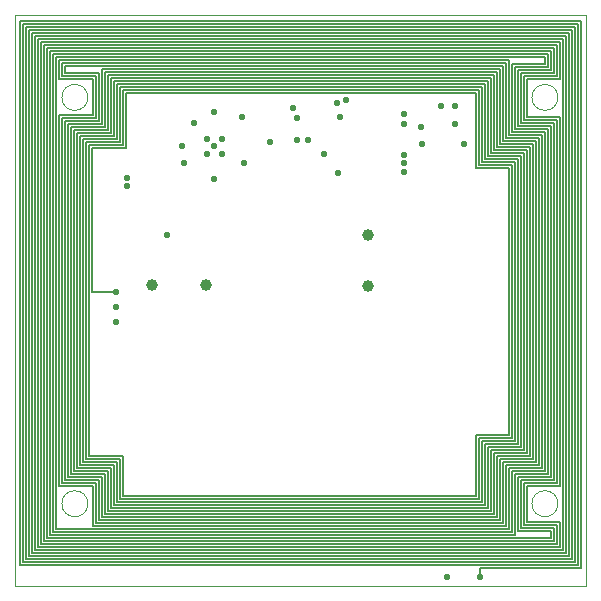
<source format=gbr>
%TF.GenerationSoftware,KiCad,Pcbnew,(5.1.4)-1*%
%TF.CreationDate,2019-12-19T17:33:09-07:00*%
%TF.ProjectId,SolarCellX_v3,536f6c61-7243-4656-9c6c-585f76332e6b,rev?*%
%TF.SameCoordinates,Original*%
%TF.FileFunction,Copper,L2,Inr*%
%TF.FilePolarity,Positive*%
%FSLAX46Y46*%
G04 Gerber Fmt 4.6, Leading zero omitted, Abs format (unit mm)*
G04 Created by KiCad (PCBNEW (5.1.4)-1) date 2019-12-19 17:33:09*
%MOMM*%
%LPD*%
G04 APERTURE LIST*
%ADD10C,0.050000*%
%ADD11C,1.000000*%
%ADD12C,0.584200*%
%ADD13C,0.127000*%
G04 APERTURE END LIST*
D10*
X96200000Y-47000000D02*
G75*
G03X96200000Y-47000000I-1100000J0D01*
G01*
X96200000Y-81400000D02*
G75*
G03X96200000Y-81400000I-1100000J0D01*
G01*
X136000000Y-81400000D02*
G75*
G03X136000000Y-81400000I-1100000J0D01*
G01*
X136000000Y-47000000D02*
G75*
G03X136000000Y-47000000I-1100000J0D01*
G01*
X90000000Y-88400000D02*
X138400000Y-88400000D01*
X90000000Y-88400000D02*
X90000000Y-40000000D01*
X138400000Y-40000000D02*
X138400000Y-88400000D01*
X90000000Y-40000000D02*
X138400000Y-40000000D01*
D11*
X101600000Y-62865000D03*
X106172000Y-62865000D03*
X119888000Y-58674000D03*
X119888000Y-62992000D03*
D12*
X106253260Y-51754256D03*
X107523260Y-51754256D03*
X106253260Y-50509656D03*
X109410500Y-52514500D03*
X107530900Y-50485040D03*
X106923840Y-51092100D03*
X104302012Y-52519693D03*
X122999500Y-53276500D03*
X122999500Y-52578000D03*
X122999500Y-51879500D03*
X122999500Y-49276000D03*
X124523500Y-50927000D03*
X122999500Y-48387000D03*
X124396500Y-49466500D03*
X117537610Y-48650791D03*
X117348000Y-53403500D03*
X128079500Y-50927000D03*
X126111000Y-47752000D03*
X127317500Y-47752000D03*
X118047740Y-47243775D03*
X127317500Y-49276000D03*
X117284500Y-47434502D03*
X105156000Y-49149000D03*
X111633000Y-50800000D03*
X113919000Y-48768000D03*
X116205000Y-51752500D03*
X106870500Y-48260000D03*
X109232672Y-48653690D03*
X104144156Y-51144656D03*
X102933500Y-58674000D03*
X99504500Y-53848000D03*
X99504500Y-54483000D03*
X126619000Y-87630000D03*
X98552000Y-64770000D03*
X98552000Y-63500000D03*
X98552000Y-66040000D03*
X129413000Y-87630000D03*
X113919000Y-50609500D03*
X114871500Y-50609500D03*
X106913660Y-53938656D03*
X113538000Y-47879000D03*
D13*
X130048000Y-44577000D02*
X129921000Y-44577000D01*
X130048000Y-44831000D02*
X129921000Y-44831000D01*
X131064000Y-44577000D02*
X129921000Y-44577000D01*
X131064000Y-50927000D02*
X131064000Y-44577000D01*
X133858000Y-50927000D02*
X131064000Y-50927000D01*
X133858000Y-77089000D02*
X133858000Y-50927000D01*
X97663000Y-82296000D02*
X98933000Y-82296000D01*
X97663000Y-78867000D02*
X97663000Y-82296000D01*
X94742000Y-78867000D02*
X97663000Y-78867000D01*
X98933000Y-82296000D02*
X98806000Y-82296000D01*
X129921000Y-44831000D02*
X97663000Y-44831000D01*
X97663000Y-44831000D02*
X97663000Y-49530000D01*
X97663000Y-49530000D02*
X94742000Y-49530000D01*
X94742000Y-49530000D02*
X94742000Y-78867000D01*
X99441000Y-81788000D02*
X99314000Y-81788000D01*
X134874000Y-78105000D02*
X134874000Y-77978000D01*
X133858000Y-77597000D02*
X133858000Y-76962000D01*
X97155000Y-82804000D02*
X131064000Y-82804000D01*
X97155000Y-79375000D02*
X97155000Y-82804000D01*
X94234000Y-79375000D02*
X97155000Y-79375000D01*
X94234000Y-49022000D02*
X94234000Y-79375000D01*
X97155000Y-49022000D02*
X94234000Y-49022000D01*
X97155000Y-44958000D02*
X97155000Y-49022000D01*
X94234000Y-44958000D02*
X97155000Y-44958000D01*
X94234000Y-44323000D02*
X94234000Y-44958000D01*
X131318000Y-44323000D02*
X94234000Y-44323000D01*
X131318000Y-50673000D02*
X131318000Y-44323000D01*
X134112000Y-50673000D02*
X131318000Y-50673000D01*
X134112000Y-77851000D02*
X134112000Y-50673000D01*
X131318000Y-77851000D02*
X134112000Y-77851000D01*
X131318000Y-83058000D02*
X131318000Y-77851000D01*
X93726000Y-43815000D02*
X93726000Y-45466000D01*
X134620000Y-50165000D02*
X131826000Y-50165000D01*
X131826000Y-50165000D02*
X131826000Y-43815000D01*
X131826000Y-78359000D02*
X134620000Y-78359000D01*
X96901000Y-83058000D02*
X131318000Y-83058000D01*
X131826000Y-83566000D02*
X131826000Y-78359000D01*
X96647000Y-48514000D02*
X93726000Y-48514000D01*
X93472000Y-83566000D02*
X131826000Y-83566000D01*
X93726000Y-45466000D02*
X96647000Y-45466000D01*
X134874000Y-49911000D02*
X132080000Y-49911000D01*
X93980000Y-48768000D02*
X93980000Y-79629000D01*
X131064000Y-82804000D02*
X131064000Y-77597000D01*
X131826000Y-43815000D02*
X93726000Y-43815000D01*
X134874000Y-77978000D02*
X134874000Y-49911000D01*
X96901000Y-48768000D02*
X93980000Y-48768000D01*
X132080000Y-49911000D02*
X132080000Y-44196000D01*
X134620000Y-78359000D02*
X134620000Y-50165000D01*
X132080000Y-44196000D02*
X134874000Y-44196000D01*
X93472000Y-43561000D02*
X93472000Y-83566000D01*
X134874000Y-44196000D02*
X134874000Y-43561000D01*
X134874000Y-43561000D02*
X93472000Y-43561000D01*
X96647000Y-45466000D02*
X96647000Y-48514000D01*
X93726000Y-48514000D02*
X93726000Y-79883000D01*
X93726000Y-79883000D02*
X96647000Y-79883000D01*
X96647000Y-79883000D02*
X96647000Y-83312000D01*
X96901000Y-79629000D02*
X96901000Y-83058000D01*
X96647000Y-83312000D02*
X131572000Y-83312000D01*
X131064000Y-77597000D02*
X133858000Y-77597000D01*
X131572000Y-83312000D02*
X131572000Y-78105000D01*
X131572000Y-78105000D02*
X134366000Y-78105000D01*
X134366000Y-78105000D02*
X134366000Y-50419000D01*
X131572000Y-44069000D02*
X93980000Y-44069000D01*
X134366000Y-50419000D02*
X131572000Y-50419000D01*
X93980000Y-45212000D02*
X96901000Y-45212000D01*
X131572000Y-50419000D02*
X131572000Y-44069000D01*
X93980000Y-44069000D02*
X93980000Y-45212000D01*
X96901000Y-45212000D02*
X96901000Y-48768000D01*
X93980000Y-79629000D02*
X96901000Y-79629000D01*
X130810000Y-44831000D02*
X129921000Y-44831000D01*
X130810000Y-51181000D02*
X130810000Y-44831000D01*
X133604000Y-51181000D02*
X130810000Y-51181000D01*
X133604000Y-77343000D02*
X133604000Y-51181000D01*
X130810000Y-82550000D02*
X130810000Y-77343000D01*
X97409000Y-44577000D02*
X97409000Y-49276000D01*
X129921000Y-44577000D02*
X97409000Y-44577000D01*
X130810000Y-77343000D02*
X133604000Y-77343000D01*
X97409000Y-82550000D02*
X130810000Y-82550000D01*
X97409000Y-49276000D02*
X94488000Y-49276000D01*
X94488000Y-49276000D02*
X94488000Y-79121000D01*
X94488000Y-79121000D02*
X97409000Y-79121000D01*
X97409000Y-79121000D02*
X97409000Y-82550000D01*
X133350000Y-77089000D02*
X133350000Y-76708000D01*
X130556000Y-77089000D02*
X133350000Y-77089000D01*
X98933000Y-82296000D02*
X130556000Y-82296000D01*
X130556000Y-82296000D02*
X130556000Y-77089000D01*
X135636000Y-49149000D02*
X132842000Y-49149000D01*
X135636000Y-42799000D02*
X92710000Y-42799000D01*
X135636000Y-83439000D02*
X132842000Y-83439000D01*
X135890000Y-83185000D02*
X133096000Y-83185000D01*
X136144000Y-42291000D02*
X92202000Y-42291000D01*
X133096000Y-45212000D02*
X135890000Y-45212000D01*
X132588000Y-44704000D02*
X135382000Y-44704000D01*
X132588000Y-83693000D02*
X132588000Y-79121000D01*
X135636000Y-84582000D02*
X135636000Y-83439000D01*
X135890000Y-84836000D02*
X135890000Y-83185000D01*
X133096000Y-83185000D02*
X133096000Y-79629000D01*
X135636000Y-79375000D02*
X135636000Y-49149000D01*
X92202000Y-84836000D02*
X135890000Y-84836000D01*
X135382000Y-84328000D02*
X135382000Y-83693000D01*
X132842000Y-44958000D02*
X135636000Y-44958000D01*
X132842000Y-79375000D02*
X135636000Y-79375000D01*
X92202000Y-42291000D02*
X92202000Y-84836000D01*
X135382000Y-44704000D02*
X135382000Y-43053000D01*
X135382000Y-83693000D02*
X132588000Y-83693000D01*
X132842000Y-49149000D02*
X132842000Y-44958000D01*
X133096000Y-79629000D02*
X135890000Y-79629000D01*
X137160000Y-86106000D02*
X137160000Y-41275000D01*
X137922000Y-40513000D02*
X90424000Y-40513000D01*
X92710000Y-42799000D02*
X92710000Y-84328000D01*
X135890000Y-45212000D02*
X135890000Y-42545000D01*
X91948000Y-42037000D02*
X91948000Y-85090000D01*
X137922000Y-86868000D02*
X137922000Y-40513000D01*
X135382000Y-79121000D02*
X135382000Y-49403000D01*
X135636000Y-44958000D02*
X135636000Y-42799000D01*
X133350000Y-48641000D02*
X133350000Y-45466000D01*
X136144000Y-45466000D02*
X136144000Y-42291000D01*
X135890000Y-48895000D02*
X133096000Y-48895000D01*
X133350000Y-45466000D02*
X136144000Y-45466000D01*
X132588000Y-49403000D02*
X132588000Y-44704000D01*
X135890000Y-42545000D02*
X92456000Y-42545000D01*
X129413000Y-87630000D02*
X129413000Y-86868000D01*
X136144000Y-48641000D02*
X133350000Y-48641000D01*
X135382000Y-49403000D02*
X132588000Y-49403000D01*
X136144000Y-79883000D02*
X136144000Y-48641000D01*
X135382000Y-43053000D02*
X92964000Y-43053000D01*
X90678000Y-86360000D02*
X137414000Y-86360000D01*
X90424000Y-86614000D02*
X137668000Y-86614000D01*
X133350000Y-79883000D02*
X136144000Y-79883000D01*
X137414000Y-86360000D02*
X137414000Y-41021000D01*
X90424000Y-40513000D02*
X90424000Y-86614000D01*
X136652000Y-85598000D02*
X136652000Y-41783000D01*
X137668000Y-40767000D02*
X90678000Y-40767000D01*
X137160000Y-41275000D02*
X91186000Y-41275000D01*
X90932000Y-41021000D02*
X90932000Y-86106000D01*
X137414000Y-41021000D02*
X90932000Y-41021000D01*
X137668000Y-86614000D02*
X137668000Y-40767000D01*
X90678000Y-40767000D02*
X90678000Y-86360000D01*
X92456000Y-84582000D02*
X135636000Y-84582000D01*
X90932000Y-86106000D02*
X137160000Y-86106000D01*
X129413000Y-86868000D02*
X137922000Y-86868000D01*
X135890000Y-79629000D02*
X135890000Y-48895000D01*
X132080000Y-83820000D02*
X132080000Y-78613000D01*
X135128000Y-49657000D02*
X132334000Y-49657000D01*
X132080000Y-78613000D02*
X134874000Y-78613000D01*
X132334000Y-78867000D02*
X135128000Y-78867000D01*
X132334000Y-44450000D02*
X135128000Y-44450000D01*
X132334000Y-49657000D02*
X132334000Y-44450000D01*
X91440000Y-41529000D02*
X91440000Y-85598000D01*
X91440000Y-85598000D02*
X136652000Y-85598000D01*
X136398000Y-85344000D02*
X136398000Y-42037000D01*
X93218000Y-83820000D02*
X132080000Y-83820000D01*
X92964000Y-84074000D02*
X132334000Y-84074000D01*
X92710000Y-84328000D02*
X135382000Y-84328000D01*
X135128000Y-43307000D02*
X93218000Y-43307000D01*
X132334000Y-84074000D02*
X132334000Y-78867000D01*
X135128000Y-44450000D02*
X135128000Y-43307000D01*
X91186000Y-41275000D02*
X91186000Y-85852000D01*
X91186000Y-85852000D02*
X136906000Y-85852000D01*
X92456000Y-42545000D02*
X92456000Y-84582000D01*
X136906000Y-85852000D02*
X136906000Y-41529000D01*
X136398000Y-42037000D02*
X91948000Y-42037000D01*
X132842000Y-83439000D02*
X132842000Y-79375000D01*
X136906000Y-41529000D02*
X91440000Y-41529000D01*
X136144000Y-82931000D02*
X133350000Y-82931000D01*
X132588000Y-79121000D02*
X135382000Y-79121000D01*
X135128000Y-78867000D02*
X135128000Y-49657000D01*
X136652000Y-41783000D02*
X91694000Y-41783000D01*
X91694000Y-41783000D02*
X91694000Y-85344000D01*
X91694000Y-85344000D02*
X136398000Y-85344000D01*
X133096000Y-48895000D02*
X133096000Y-45212000D01*
X92964000Y-43053000D02*
X92964000Y-84074000D01*
X91948000Y-85090000D02*
X136144000Y-85090000D01*
X136144000Y-85090000D02*
X136144000Y-82931000D01*
X133350000Y-82931000D02*
X133350000Y-79883000D01*
X93218000Y-43307000D02*
X93218000Y-83820000D01*
X134874000Y-78613000D02*
X134874000Y-77978000D01*
X96520000Y-63500000D02*
X98552000Y-63500000D01*
X99441000Y-51308000D02*
X96520000Y-51308000D01*
X99441000Y-46609000D02*
X99441000Y-51308000D01*
X129032000Y-46609000D02*
X99441000Y-46609000D01*
X131826000Y-52959000D02*
X129032000Y-52959000D01*
X131826000Y-75565000D02*
X131826000Y-52959000D01*
X129032000Y-75565000D02*
X131826000Y-75565000D01*
X100457000Y-80772000D02*
X129032000Y-80772000D01*
X96520000Y-51308000D02*
X96520000Y-63500000D01*
X129032000Y-80772000D02*
X129032000Y-75565000D01*
X129032000Y-52959000D02*
X129032000Y-46609000D01*
X130302000Y-45339000D02*
X98171000Y-45339000D01*
X94996000Y-78613000D02*
X97917000Y-78613000D01*
X97917000Y-49784000D02*
X94996000Y-49784000D01*
X133350000Y-76835000D02*
X133350000Y-51435000D01*
X98933000Y-77597000D02*
X98933000Y-81026000D01*
X96012000Y-50800000D02*
X96012000Y-77597000D01*
X95250000Y-50038000D02*
X95250000Y-78359000D01*
X98933000Y-46101000D02*
X98933000Y-50800000D01*
X129540000Y-46101000D02*
X98933000Y-46101000D01*
X129540000Y-52451000D02*
X129540000Y-46101000D01*
X132334000Y-76073000D02*
X132334000Y-52451000D01*
X98171000Y-45339000D02*
X98171000Y-50038000D01*
X129540000Y-81280000D02*
X129540000Y-76073000D01*
X98679000Y-77851000D02*
X98679000Y-81280000D01*
X95758000Y-77851000D02*
X98679000Y-77851000D01*
X98679000Y-50546000D02*
X95758000Y-50546000D01*
X98679000Y-45847000D02*
X98679000Y-50546000D01*
X129794000Y-45847000D02*
X98679000Y-45847000D01*
X129794000Y-52197000D02*
X129794000Y-45847000D01*
X95758000Y-50546000D02*
X95758000Y-77851000D01*
X132588000Y-52197000D02*
X129794000Y-52197000D01*
X98425000Y-50292000D02*
X95504000Y-50292000D01*
X133096000Y-76835000D02*
X133096000Y-51689000D01*
X129540000Y-76073000D02*
X132334000Y-76073000D01*
X98425000Y-81534000D02*
X129794000Y-81534000D01*
X132842000Y-51943000D02*
X130048000Y-51943000D01*
X98679000Y-81280000D02*
X129540000Y-81280000D01*
X99441000Y-81788000D02*
X130048000Y-81788000D01*
X130048000Y-51943000D02*
X130048000Y-45593000D01*
X96012000Y-77597000D02*
X98933000Y-77597000D01*
X132842000Y-76581000D02*
X132842000Y-51943000D01*
X130048000Y-76581000D02*
X132842000Y-76581000D01*
X132588000Y-76327000D02*
X132588000Y-52197000D01*
X130048000Y-81788000D02*
X130048000Y-76581000D01*
X98425000Y-45593000D02*
X98425000Y-50292000D01*
X95504000Y-78105000D02*
X98425000Y-78105000D01*
X98425000Y-78105000D02*
X98425000Y-81534000D01*
X130048000Y-45593000D02*
X98425000Y-45593000D01*
X129794000Y-81534000D02*
X129794000Y-76327000D01*
X129794000Y-76327000D02*
X132588000Y-76327000D01*
X98933000Y-81026000D02*
X129286000Y-81026000D01*
X129286000Y-81026000D02*
X129286000Y-75819000D01*
X129286000Y-75819000D02*
X132080000Y-75819000D01*
X132080000Y-75819000D02*
X132080000Y-52705000D01*
X132080000Y-52705000D02*
X129286000Y-52705000D01*
X133096000Y-51689000D02*
X130302000Y-51689000D01*
X129286000Y-52705000D02*
X129286000Y-46355000D01*
X129286000Y-46355000D02*
X99187000Y-46355000D01*
X99187000Y-46355000D02*
X99187000Y-51054000D01*
X99187000Y-51054000D02*
X96266000Y-51054000D01*
X98933000Y-50800000D02*
X96012000Y-50800000D01*
X96266000Y-51054000D02*
X96266000Y-77343000D01*
X96266000Y-77343000D02*
X99187000Y-77343000D01*
X99187000Y-80772000D02*
X100584000Y-80772000D01*
X99187000Y-77343000D02*
X99187000Y-80772000D01*
X132334000Y-52451000D02*
X129540000Y-52451000D01*
X95504000Y-50292000D02*
X95504000Y-78105000D01*
X133350000Y-51435000D02*
X130556000Y-51435000D01*
X130556000Y-51435000D02*
X130556000Y-45085000D01*
X130556000Y-45085000D02*
X97917000Y-45085000D01*
X97917000Y-45085000D02*
X97917000Y-49784000D01*
X94996000Y-49784000D02*
X94996000Y-78613000D01*
X97917000Y-78613000D02*
X97917000Y-82042000D01*
X97917000Y-82042000D02*
X130302000Y-82042000D01*
X130302000Y-82042000D02*
X130302000Y-76835000D01*
X130302000Y-76835000D02*
X133096000Y-76835000D01*
X130302000Y-51689000D02*
X130302000Y-45339000D01*
X98171000Y-50038000D02*
X95250000Y-50038000D01*
X95250000Y-78359000D02*
X98171000Y-78359000D01*
X98171000Y-78359000D02*
X98171000Y-81788000D01*
X98171000Y-81788000D02*
X99441000Y-81788000D01*
M02*

</source>
